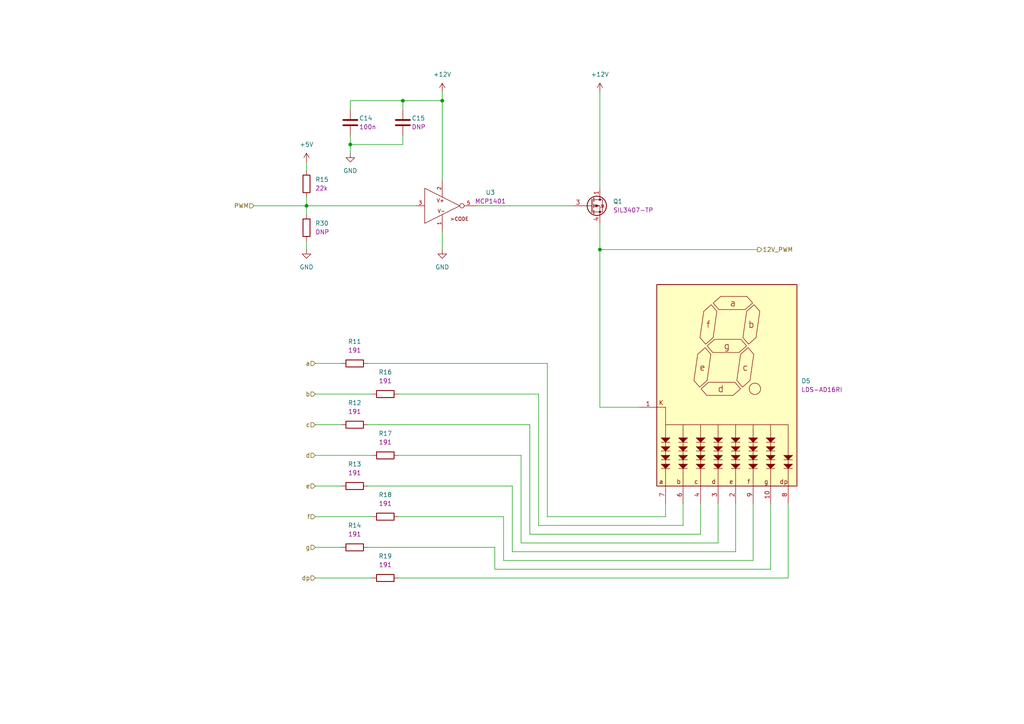
<source format=kicad_sch>
(kicad_sch (version 20230121) (generator eeschema)
  (paper "A4")
  (title_block (title "Gear Display Board") (date "2023-04-06") (rev "3.0") (company "Kallio Designs Oy") (comment 1 "Teemu Latonen") (comment 2 "000064") (comment 3 "000065"))
  (lib_symbols
    (symbol "KD_Capacitor:C_0603_100n_X7R_100V" (pin_numbers hide) (pin_names hide)
      (property "Reference" "C" (at 2.54 1.27 0))
      (property "Code" "100n" (at 2.54 -1.27 0))
      (symbol "C_0603_100n_X7R_100V_0_1"
        (polyline (pts (xy -2.032 -0.762) (xy 2.032 -0.762)) (stroke (width 0.508)))
        (polyline (pts (xy -2.032 0.762) (xy 2.032 0.762)) (stroke (width 0.508)))
      )
      (symbol "C_0603_100n_X7R_100V_1_1"
        (pin passive line (at 0 3.81 270) (length 2.794) (name "~") (number "1"))
        (pin passive line (at 0 -3.81 90) (length 2.794) (name "~") (number "2"))
      )
    )
    (symbol "KD_Capacitor:C_0805_DNP" (pin_numbers hide) (pin_names hide)
      (property "Reference" "C" (at 2.54 1.27 0))
      (property "Code" "DNP" (at 2.54 -1.27 0))
      (symbol "C_0805_DNP_0_1"
        (polyline (pts (xy -2.032 -0.762) (xy 2.032 -0.762)) (stroke (width 0.508)))
        (polyline (pts (xy -2.032 0.762) (xy 2.032 0.762)) (stroke (width 0.508)))
      )
      (symbol "C_0805_DNP_1_1"
        (pin passive line (at 0 3.81 270) (length 2.794) (name "~") (number "1"))
        (pin passive line (at 0 -3.81 90) (length 2.794) (name "~") (number "2"))
      )
    )
    (symbol "KD_Display:7seg_70mm_CA_Lumex_LDS-AD16RI"
      (property "Reference" "D" (at -20.32 39.37 0))
      (property "Code" "LDS-AD16RI" (at -20.32 36.83 0))
      (symbol "7seg_70mm_CA_Lumex_LDS-AD16RI_0_0"
        (polyline (pts (xy -17.78 0) (xy -20.32 0)))
        (polyline (pts (xy -12.7 -22.86) (xy -12.7 -5.08)))
        (polyline (pts (xy -7.62 -22.86) (xy -7.62 -5.08)))
        (polyline (pts (xy -2.54 -22.86) (xy -2.54 -5.08)))
        (polyline (pts (xy 2.54 -22.86) (xy 2.54 -5.08)))
        (polyline (pts (xy 7.62 -5.08) (xy 7.62 -22.86)))
        (polyline (pts (xy 12.7 -22.86) (xy 12.7 -5.08)))
        (text "a" (at -19.05 -21.59 0) (effects (font (size 1.27 1.27))))
        (text "b" (at -13.97 -21.59 0) (effects (font (size 1.27 1.27))))
        (text "c" (at -8.89 -21.59 0) (effects (font (size 1.27 1.27))))
        (text "d" (at -3.81 -21.59 0) (effects (font (size 1.27 1.27))))
        (text "dp" (at 16.51 -21.59 0) (effects (font (size 1.27 1.27))))
        (text "e" (at 1.27 -21.59 0) (effects (font (size 1.27 1.27))))
        (text "f" (at 6.35 -21.59 0) (effects (font (size 1.27 1.27))))
        (text "g" (at 11.43 -21.59 0) (effects (font (size 1.27 1.27))))
        (text "K" (at -19.05 1.27 0) (effects (font (size 1.27 1.27))))
      )
      (symbol "7seg_70mm_CA_Lumex_LDS-AD16RI_0_1"
        (rectangle (start -20.32 35.56) (end 20.32 -22.86) (stroke (width 0.254)) (fill (type background)))
        (polyline (pts (xy -19.05 -17.78) (xy -16.51 -17.78)))
        (polyline (pts (xy -19.05 -16.51) (xy -16.51 -16.51)))
        (polyline (pts (xy -19.05 -15.24) (xy -16.51 -15.24)))
        (polyline (pts (xy -19.05 -13.97) (xy -16.51 -13.97)))
        (polyline (pts (xy -19.05 -12.7) (xy -16.51 -12.7)))
        (polyline (pts (xy -19.05 -11.43) (xy -16.51 -11.43)))
        (polyline (pts (xy -19.05 -10.16) (xy -16.51 -10.16)))
        (polyline (pts (xy -19.05 -8.89) (xy -16.51 -8.89)))
        (polyline (pts (xy -17.78 -22.86) (xy -17.78 -5.08)))
        (polyline (pts (xy -13.97 -17.78) (xy -11.43 -17.78)))
        (polyline (pts (xy -13.97 -16.51) (xy -11.43 -16.51)))
        (polyline (pts (xy -13.97 -15.24) (xy -11.43 -15.24)))
        (polyline (pts (xy -13.97 -13.97) (xy -11.43 -13.97)))
        (polyline (pts (xy -13.97 -12.7) (xy -11.43 -12.7)))
        (polyline (pts (xy -13.97 -11.43) (xy -11.43 -11.43)))
        (polyline (pts (xy -13.97 -10.16) (xy -11.43 -10.16)))
        (polyline (pts (xy -13.97 -8.89) (xy -11.43 -8.89)))
        (polyline (pts (xy -8.89 -17.78) (xy -6.35 -17.78)))
        (polyline (pts (xy -8.89 -16.51) (xy -6.35 -16.51)))
        (polyline (pts (xy -8.89 -15.24) (xy -6.35 -15.24)))
        (polyline (pts (xy -8.89 -13.97) (xy -6.35 -13.97)))
        (polyline (pts (xy -8.89 -12.7) (xy -6.35 -12.7)))
        (polyline (pts (xy -8.89 -11.43) (xy -6.35 -11.43)))
        (polyline (pts (xy -8.89 -10.16) (xy -6.35 -10.16)))
        (polyline (pts (xy -8.89 -8.89) (xy -6.35 -8.89)))
        (polyline (pts (xy -3.81 -17.78) (xy -1.27 -17.78)))
        (polyline (pts (xy -3.81 -16.51) (xy -1.27 -16.51)))
        (polyline (pts (xy -3.81 -15.24) (xy -1.27 -15.24)))
        (polyline (pts (xy -3.81 -13.97) (xy -1.27 -13.97)))
        (polyline (pts (xy -3.81 -12.7) (xy -1.27 -12.7)))
        (polyline (pts (xy -3.81 -11.43) (xy -1.27 -11.43)))
        (polyline (pts (xy -3.81 -10.16) (xy -1.27 -10.16)))
        (polyline (pts (xy -3.81 -8.89) (xy -1.27 -8.89)))
        (polyline (pts (xy 1.27 -17.78) (xy 3.81 -17.78)))
        (polyline (pts (xy 1.27 -16.51) (xy 3.81 -16.51)))
        (polyline (pts (xy 1.27 -15.24) (xy 3.81 -15.24)))
        (polyline (pts (xy 1.27 -13.97) (xy 3.81 -13.97)))
        (polyline (pts (xy 1.27 -12.7) (xy 3.81 -12.7)))
        (polyline (pts (xy 1.27 -11.43) (xy 3.81 -11.43)))
        (polyline (pts (xy 1.27 -10.16) (xy 3.81 -10.16)))
        (polyline (pts (xy 1.27 -8.89) (xy 3.81 -8.89)))
        (polyline (pts (xy 6.35 -17.78) (xy 8.89 -17.78)))
        (polyline (pts (xy 6.35 -16.51) (xy 8.89 -16.51)))
        (polyline (pts (xy 6.35 -15.24) (xy 8.89 -15.24)))
        (polyline (pts (xy 6.35 -13.97) (xy 8.89 -13.97)))
        (polyline (pts (xy 6.35 -12.7) (xy 8.89 -12.7)))
        (polyline (pts (xy 6.35 -11.43) (xy 8.89 -11.43)))
        (polyline (pts (xy 6.35 -10.16) (xy 8.89 -10.16)))
        (polyline (pts (xy 6.35 -8.89) (xy 8.89 -8.89)))
        (polyline (pts (xy 11.43 -17.78) (xy 13.97 -17.78)))
        (polyline (pts (xy 11.43 -16.51) (xy 13.97 -16.51)))
        (polyline (pts (xy 11.43 -15.24) (xy 13.97 -15.24)))
        (polyline (pts (xy 11.43 -13.97) (xy 13.97 -13.97)))
        (polyline (pts (xy 11.43 -12.7) (xy 13.97 -12.7)))
        (polyline (pts (xy 11.43 -11.43) (xy 13.97 -11.43)))
        (polyline (pts (xy 11.43 -10.16) (xy 13.97 -10.16)))
        (polyline (pts (xy 11.43 -8.89) (xy 13.97 -8.89)))
        (polyline (pts (xy 16.51 -17.78) (xy 19.05 -17.78)))
        (polyline (pts (xy 16.51 -16.51) (xy 19.05 -16.51)))
        (polyline (pts (xy 16.51 -15.24) (xy 19.05 -15.24)))
        (polyline (pts (xy 16.51 -13.97) (xy 19.05 -13.97)))
        (polyline (pts (xy -19.05 -16.51) (xy -17.78 -17.78) (xy -16.51 -16.51)) (fill (type outline)))
        (polyline (pts (xy -19.05 -13.97) (xy -17.78 -15.24) (xy -16.51 -13.97)) (fill (type outline)))
        (polyline (pts (xy -19.05 -11.43) (xy -17.78 -12.7) (xy -16.51 -11.43)) (fill (type outline)))
        (polyline (pts (xy -19.05 -8.89) (xy -17.78 -10.16) (xy -16.51 -8.89)) (fill (type outline)))
        (polyline (pts (xy -13.97 -16.51) (xy -12.7 -17.78) (xy -11.43 -16.51)) (fill (type outline)))
        (polyline (pts (xy -13.97 -13.97) (xy -12.7 -15.24) (xy -11.43 -13.97)) (fill (type outline)))
        (polyline (pts (xy -13.97 -11.43) (xy -12.7 -12.7) (xy -11.43 -11.43)) (fill (type outline)))
        (polyline (pts (xy -13.97 -8.89) (xy -12.7 -10.16) (xy -11.43 -8.89)) (fill (type outline)))
        (polyline (pts (xy -8.89 -16.51) (xy -7.62 -17.78) (xy -6.35 -16.51)) (fill (type outline)))
        (polyline (pts (xy -8.89 -13.97) (xy -7.62 -15.24) (xy -6.35 -13.97)) (fill (type outline)))
        (polyline (pts (xy -8.89 -11.43) (xy -7.62 -12.7) (xy -6.35 -11.43)) (fill (type outline)))
        (polyline (pts (xy -8.89 -8.89) (xy -7.62 -10.16) (xy -6.35 -8.89)) (fill (type outline)))
        (polyline (pts (xy -3.81 -16.51) (xy -2.54 -17.78) (xy -1.27 -16.51)) (fill (type outline)))
        (polyline (pts (xy -3.81 -13.97) (xy -2.54 -15.24) (xy -1.27 -13.97)) (fill (type outline)))
        (polyline (pts (xy -3.81 -11.43) (xy -2.54 -12.7) (xy -1.27 -11.43)) (fill (type outline)))
        (polyline (pts (xy -3.81 -8.89) (xy -2.54 -10.16) (xy -1.27 -8.89)) (fill (type outline)))
        (polyline (pts (xy 1.27 -16.51) (xy 2.54 -17.78) (xy 3.81 -16.51)) (fill (type outline)))
        (polyline (pts (xy 1.27 -13.97) (xy 2.54 -15.24) (xy 3.81 -13.97)) (fill (type outline)))
        (polyline (pts (xy 1.27 -11.43) (xy 2.54 -12.7) (xy 3.81 -11.43)) (fill (type outline)))
        (polyline (pts (xy 1.27 -8.89) (xy 2.54 -10.16) (xy 3.81 -8.89)) (fill (type outline)))
        (polyline (pts (xy 6.35 -16.51) (xy 7.62 -17.78) (xy 8.89 -16.51)) (fill (type outline)))
        (polyline (pts (xy 6.35 -13.97) (xy 7.62 -15.24) (xy 8.89 -13.97)) (fill (type outline)))
        (polyline (pts (xy 6.35 -11.43) (xy 7.62 -12.7) (xy 8.89 -11.43)) (fill (type outline)))
        (polyline (pts (xy 6.35 -8.89) (xy 7.62 -10.16) (xy 8.89 -8.89)) (fill (type outline)))
        (polyline (pts (xy 11.43 -16.51) (xy 12.7 -17.78) (xy 13.97 -16.51)) (fill (type outline)))
        (polyline (pts (xy 11.43 -13.97) (xy 12.7 -15.24) (xy 13.97 -13.97)) (fill (type outline)))
        (polyline (pts (xy 11.43 -11.43) (xy 12.7 -12.7) (xy 13.97 -11.43)) (fill (type outline)))
        (polyline (pts (xy 11.43 -8.89) (xy 12.7 -10.16) (xy 13.97 -8.89)) (fill (type outline)))
        (polyline (pts (xy 16.51 -16.51) (xy 17.78 -17.78) (xy 19.05 -16.51)) (fill (type outline)))
        (polyline (pts (xy 16.51 -13.97) (xy 17.78 -15.24) (xy 19.05 -13.97)) (fill (type outline)))
        (polyline (pts (xy -17.78 0) (xy -17.78 -5.08) (xy 17.78 -5.08) (xy 17.78 -22.86)))
        (polyline (pts (xy -7.8994 5.842) (xy -5.7404 7.747) (xy -4.6482 15.367) (xy -6.2992 17.272) (xy -8.4582 15.367) (xy -9.5504 7.747) (xy -7.8994 5.842)))
        (polyline (pts (xy -7.4676 5.334) (xy -5.2832 7.239) (xy 2.3368 7.239) (xy 3.9624 5.334) (xy 1.8034 3.429) (xy -5.8166 3.429) (xy -7.4676 5.334)))
        (polyline (pts (xy -6.1468 18.288) (xy -3.9878 20.193) (xy -2.8956 27.813) (xy -4.5466 29.718) (xy -6.7056 27.813) (xy -7.7978 20.193) (xy -6.1468 18.288)))
        (polyline (pts (xy -5.715 17.78) (xy -3.5306 19.685) (xy 4.0894 19.685) (xy 5.715 17.78) (xy 3.5306 15.875) (xy -4.0894 15.875) (xy -5.715 17.78)))
        (polyline (pts (xy -3.9624 30.226) (xy -1.8034 32.131) (xy 5.8166 32.131) (xy 7.4676 30.226) (xy 5.2832 28.321) (xy -2.3368 28.321) (xy -3.9624 30.226)))
        (polyline (pts (xy 4.5466 5.842) (xy 6.7056 7.747) (xy 7.7978 15.367) (xy 6.1468 17.272) (xy 3.9878 15.367) (xy 2.8956 7.747) (xy 4.5466 5.842)))
        (polyline (pts (xy 6.2992 18.288) (xy 8.4582 20.193) (xy 9.5504 27.813) (xy 7.8994 29.718) (xy 5.7404 27.813) (xy 4.6482 20.193) (xy 6.2992 18.288)))
        (circle (center 8.128 5.334) (radius 1.651))
        (text "a" (at 1.7526 30.226 0) (effects (font (size 1.905 1.905))))
        (text "b" (at 7.0866 24.003 0) (effects (font (size 1.905 1.905))))
        (text "c" (at 5.3594 11.557 0) (effects (font (size 1.905 1.905))))
        (text "d" (at -1.7526 5.334 0) (effects (font (size 1.905 1.905))))
        (text "e" (at -7.0866 11.557 0) (effects (font (size 1.905 1.905))))
        (text "f" (at -5.3594 24.003 0) (effects (font (size 1.905 1.905))))
        (text "g" (at 0 17.78 0) (effects (font (size 1.905 1.905))))
        (pin passive line (at -25.4 0 0) (length 5.08) (name "K") (number "1"))
        (pin passive line (at 12.7 -27.94 90) (length 5.08) (name "Ag") (number "10"))
        (pin passive line (at 2.54 -27.94 90) (length 5.08) (name "Ae") (number "2"))
        (pin passive line (at -2.54 -27.94 90) (length 5.08) (name "Ad") (number "3"))
        (pin passive line (at -7.62 -27.94 90) (length 5.08) (name "Ac") (number "4"))
        (pin passive line (at -25.4 0 0) (length 5.08) hide (name "C") (number "5"))
        (pin passive line (at -12.7 -27.94 90) (length 5.08) (name "Ab") (number "6"))
        (pin passive line (at -17.78 -27.94 90) (length 5.08) (name "Aa") (number "7"))
        (pin passive line (at 17.78 -27.94 90) (length 5.08) (name "Adp") (number "8"))
        (pin passive line (at 7.62 -27.94 90) (length 5.08) (name "Af") (number "9"))
      )
    )
    (symbol "KD_IC_Buffer_Driver_Interface:Gate_Driver_MCP1401T-E-OT" (pin_names hide)
      (property "Reference" "U" (at 2.54 6.35 0))
      (property "Code" "MCP1401" (at 2.54 3.81 0))
      (symbol "Gate_Driver_MCP1401T-E-OT_1_0"
        (polyline (pts (xy -5.08 -5.08) (xy -5.08 5.08)))
        (polyline (pts (xy -5.08 5.08) (xy 5.08 0)))
        (polyline (pts (xy 5.08 0) (xy -5.08 -5.08)))
        (text ">CODE" (at 4.9784 -3.81 0) (effects (font (size 1.016 1.016))))
        (text "V+" (at -0.508 1.524 0) (effects (font (size 1.016 1.016))))
        (text "V-" (at -0.254 -1.524 0) (effects (font (size 1.016 1.016))))
      )
      (symbol "Gate_Driver_MCP1401T-E-OT_1_1"
        (pin bidirectional line (at 0 -7.62 90) (length 5.08) (name "GND") (number "1"))
        (pin bidirectional line (at 0 7.62 270) (length 5.08) (name "VCC") (number "2"))
        (pin input line (at -7.62 0 0) (length 2.54) (name "IN") (number "3"))
        (pin bidirectional line (at 0 -7.62 90) (length 5.08) hide (name "GND") (number "4"))
        (pin output inverted (at 10.16 0 180) (length 5.08) (name "OUT") (number "5"))
      )
    )
    (symbol "KD_Resistor:R_0603_22k_1%" (pin_numbers hide) (pin_names hide)
      (property "Reference" "R" (at 1.905 1.27 0))
      (property "Code" "22k" (at 1.905 -1.27 0))
      (symbol "R_0603_22k_1%_0_1"
        (rectangle (start -1.016 -2.54) (end 1.016 2.54) (stroke (width 0.254)))
      )
      (symbol "R_0603_22k_1%_1_1"
        (pin passive line (at 0 3.81 270) (length 1.27) (name "~") (number "1"))
        (pin passive line (at 0 -3.81 90) (length 1.27) (name "~") (number "2"))
      )
    )
    (symbol "KD_Resistor:R_0603_DNP" (pin_numbers hide) (pin_names hide)
      (property "Reference" "R" (at 1.905 1.27 0))
      (property "Code" "DNP" (at 1.905 -1.27 0))
      (symbol "R_0603_DNP_0_1"
        (rectangle (start -1.016 -2.54) (end 1.016 2.54) (stroke (width 0.254)))
      )
      (symbol "R_0603_DNP_1_1"
        (pin passive line (at 0 3.81 270) (length 1.27) (name "~") (number "1"))
        (pin passive line (at 0 -3.81 90) (length 1.27) (name "~") (number "2"))
      )
    )
    (symbol "KD_Resistor:R_1206_191_1%" (pin_numbers hide) (pin_names hide)
      (property "Reference" "R" (at 1.905 1.27 0))
      (property "Code" "191" (at 1.905 -1.27 0))
      (symbol "R_1206_191_1%_0_1"
        (rectangle (start -1.016 -2.54) (end 1.016 2.54) (stroke (width 0.254)))
      )
      (symbol "R_1206_191_1%_1_1"
        (pin passive line (at 0 3.81 270) (length 1.27) (name "~") (number "1"))
        (pin passive line (at 0 -3.81 90) (length 1.27) (name "~") (number "2"))
      )
    )
    (symbol "KD_Transistor_FET:PMOS_30V_4A1_SIL3407-TP"
      (property "Reference" "Q" (at 5.08 1.27 0))
      (property "Code" "SIL3407-TP" (at 5.08 -1.27 0))
      (symbol "PMOS_30V_4A1_SIL3407-TP_0_1"
        (polyline (pts (xy 0.254 0) (xy -2.54 0)))
        (polyline (pts (xy 0.254 1.905) (xy 0.254 -1.905)) (stroke (width 0.254)))
        (polyline (pts (xy 0.762 -1.27) (xy 0.762 -2.286)) (stroke (width 0.254)))
        (polyline (pts (xy 0.762 0.508) (xy 0.762 -0.508)) (stroke (width 0.254)))
        (polyline (pts (xy 0.762 2.286) (xy 0.762 1.27)) (stroke (width 0.254)))
        (polyline (pts (xy 2.54 2.54) (xy 2.54 1.778)))
        (polyline (pts (xy 2.54 -2.54) (xy 2.54 0) (xy 0.762 0)))
        (polyline (pts (xy 0.762 1.778) (xy 3.302 1.778) (xy 3.302 -1.778) (xy 0.762 -1.778)))
        (polyline (pts (xy 2.286 0) (xy 1.27 0.381) (xy 1.27 -0.381) (xy 2.286 0)) (fill (type outline)))
        (polyline (pts (xy 2.794 -0.508) (xy 2.921 -0.381) (xy 3.683 -0.381) (xy 3.81 -0.254)))
        (polyline (pts (xy 3.302 -0.381) (xy 2.921 0.254) (xy 3.683 0.254) (xy 3.302 -0.381)))
        (circle (center 1.651 0) (radius 2.794) (stroke (width 0.254)))
        (circle (center 2.54 -1.778) (radius 0.254) (fill (type outline)))
        (circle (center 2.54 1.778) (radius 0.254) (fill (type outline)))
      )
      (symbol "PMOS_30V_4A1_SIL3407-TP_1_1"
        (pin passive line (at 2.54 5.08 270) (length 2.54) (name "D") (number "1"))
        (pin passive line (at 2.54 5.08 270) (length 2.54) hide (name "D") (number "2"))
        (pin input line (at -5.08 0 0) (length 2.54) (name "G") (number "3"))
        (pin passive line (at 2.54 -5.08 90) (length 2.54) (name "S") (number "4"))
        (pin passive line (at 2.54 5.08 270) (length 2.54) hide (name "D") (number "5"))
        (pin passive line (at 2.54 5.08 270) (length 2.54) hide (name "D") (number "6"))
      )
    )
    (symbol "power:+12V" (power) (pin_names (offset 0))
      (property "Value" "+12V" (at 0 3.556 0))
      (symbol "+12V_0_1"
        (polyline (pts (xy -0.762 1.27) (xy 0 2.54)))
        (polyline (pts (xy 0 0) (xy 0 2.54)))
        (polyline (pts (xy 0 2.54) (xy 0.762 1.27)))
      )
      (symbol "+12V_1_1"
        (pin power_in line (at 0 0 90) (length 0) hide (name "+12V") (number "1"))
      )
    )
    (symbol "power:+5V" (power) (pin_names (offset 0))
      (property "Value" "+5V" (at 0 3.556 0))
      (symbol "+5V_0_1"
        (polyline (pts (xy -0.762 1.27) (xy 0 2.54)))
        (polyline (pts (xy 0 0) (xy 0 2.54)))
        (polyline (pts (xy 0 2.54) (xy 0.762 1.27)))
      )
      (symbol "+5V_1_1"
        (pin power_in line (at 0 0 90) (length 0) hide (name "+5V") (number "1"))
      )
    )
    (symbol "power:GND" (power) (pin_names (offset 0))
      (property "Value" "GND" (at 0 -3.81 0))
      (symbol "GND_0_1"
        (polyline (pts (xy 0 0) (xy 0 -1.27) (xy 1.27 -1.27) (xy 0 -2.54) (xy -1.27 -1.27) (xy 0 -1.27)))
      )
      (symbol "GND_1_1"
        (pin power_in line (at 0 0 270) (length 0) hide (name "GND") (number "1"))
      )
    )
  )
  (junction (at 173.99 72.39))
  (junction (at 88.9 59.69))
  (junction (at 101.6 41.91))
  (junction (at 128.27 29.21))
  (junction (at 116.84 29.21))
  (wire (pts (xy 193.04 146.05) (xy 193.04 149.86)))
  (wire (pts (xy 116.84 39.37) (xy 116.84 41.91)))
  (wire (pts (xy 101.6 39.37) (xy 101.6 41.91)))
  (wire (pts (xy 173.99 118.11) (xy 185.42 118.11)))
  (wire (pts (xy 101.6 29.21) (xy 116.84 29.21)))
  (wire (pts (xy 106.68 123.19) (xy 153.67 123.19)))
  (wire (pts (xy 203.2 154.94) (xy 203.2 146.05)))
  (wire (pts (xy 91.44 114.3) (xy 107.95 114.3)))
  (wire (pts (xy 115.57 132.08) (xy 151.13 132.08)))
  (wire (pts (xy 106.68 140.97) (xy 148.59 140.97)))
  (wire (pts (xy 138.43 59.69) (xy 166.37 59.69)))
  (wire (pts (xy 106.68 105.41) (xy 158.75 105.41)))
  (wire (pts (xy 128.27 26.67) (xy 128.27 29.21)))
  (wire (pts (xy 223.52 165.1) (xy 223.52 146.05)))
  (wire (pts (xy 101.6 41.91) (xy 101.6 44.45)))
  (wire (pts (xy 151.13 157.48) (xy 208.28 157.48)))
  (wire (pts (xy 116.84 29.21) (xy 128.27 29.21)))
  (wire (pts (xy 173.99 72.39) (xy 173.99 118.11)))
  (wire (pts (xy 156.21 152.4) (xy 198.12 152.4)))
  (wire (pts (xy 88.9 59.69) (xy 88.9 62.23)))
  (wire (pts (xy 153.67 154.94) (xy 203.2 154.94)))
  (wire (pts (xy 208.28 157.48) (xy 208.28 146.05)))
  (wire (pts (xy 146.05 162.56) (xy 218.44 162.56)))
  (wire (pts (xy 143.51 158.75) (xy 143.51 165.1)))
  (wire (pts (xy 128.27 67.31) (xy 128.27 72.39)))
  (wire (pts (xy 158.75 149.86) (xy 158.75 105.41)))
  (wire (pts (xy 91.44 123.19) (xy 99.06 123.19)))
  (wire (pts (xy 101.6 41.91) (xy 116.84 41.91)))
  (wire (pts (xy 115.57 114.3) (xy 156.21 114.3)))
  (wire (pts (xy 193.04 149.86) (xy 158.75 149.86)))
  (wire (pts (xy 88.9 57.15) (xy 88.9 59.69)))
  (wire (pts (xy 88.9 69.85) (xy 88.9 72.39)))
  (wire (pts (xy 115.57 167.64) (xy 228.6 167.64)))
  (wire (pts (xy 146.05 149.86) (xy 146.05 162.56)))
  (wire (pts (xy 151.13 132.08) (xy 151.13 157.48)))
  (wire (pts (xy 91.44 140.97) (xy 99.06 140.97)))
  (wire (pts (xy 143.51 165.1) (xy 223.52 165.1)))
  (wire (pts (xy 88.9 46.99) (xy 88.9 49.53)))
  (wire (pts (xy 148.59 140.97) (xy 148.59 160.02)))
  (wire (pts (xy 91.44 132.08) (xy 107.95 132.08)))
  (wire (pts (xy 106.68 158.75) (xy 143.51 158.75)))
  (wire (pts (xy 115.57 149.86) (xy 146.05 149.86)))
  (wire (pts (xy 128.27 29.21) (xy 128.27 52.07)))
  (wire (pts (xy 91.44 149.86) (xy 107.95 149.86)))
  (wire (pts (xy 156.21 114.3) (xy 156.21 152.4)))
  (wire (pts (xy 228.6 167.64) (xy 228.6 146.05)))
  (wire (pts (xy 91.44 158.75) (xy 99.06 158.75)))
  (wire (pts (xy 198.12 152.4) (xy 198.12 146.05)))
  (wire (pts (xy 88.9 59.69) (xy 120.65 59.69)))
  (wire (pts (xy 153.67 123.19) (xy 153.67 154.94)))
  (wire (pts (xy 148.59 160.02) (xy 213.36 160.02)))
  (wire (pts (xy 218.44 162.56) (xy 218.44 146.05)))
  (wire (pts (xy 73.66 59.69) (xy 88.9 59.69)))
  (wire (pts (xy 91.44 167.64) (xy 107.95 167.64)))
  (wire (pts (xy 219.71 72.39) (xy 173.99 72.39)))
  (wire (pts (xy 213.36 160.02) (xy 213.36 146.05)))
  (wire (pts (xy 101.6 31.75) (xy 101.6 29.21)))
  (wire (pts (xy 91.44 105.41) (xy 99.06 105.41)))
  (wire (pts (xy 116.84 31.75) (xy 116.84 29.21)))
  (wire (pts (xy 173.99 26.67) (xy 173.99 54.61)))
  (wire (pts (xy 173.99 64.77) (xy 173.99 72.39)))
  (hierarchical_label "PWM" (shape input) (at 73.66 59.69 180))
  (hierarchical_label "b" (shape input) (at 91.44 114.3 180))
  (hierarchical_label "12V_PWM" (shape output) (at 219.71 72.39 0))
  (hierarchical_label "dp" (shape input) (at 91.44 167.64 180))
  (hierarchical_label "g" (shape input) (at 91.44 158.75 180))
  (hierarchical_label "d" (shape input) (at 91.44 132.08 180))
  (hierarchical_label "c" (shape input) (at 91.44 123.19 180))
  (hierarchical_label "a" (shape input) (at 91.44 105.41 180))
  (hierarchical_label "f" (shape input) (at 91.44 149.86 180))
  (hierarchical_label "e" (shape input) (at 91.44 140.97 180))
  (symbol (lib_id "power:+12V") (at 128.27 26.67 0) (unit 1)
    (property "Reference" "#PWR0117" (effects hide))
    (property "Value" "+12V" (at 128.27 21.59 0))
  )
  (symbol (lib_id "KD_Capacitor:C_0603_100n_X7R_100V") (at 101.6 35.56 0) (unit 1)
    (property "Reference" "C14" (at 104.14 34.29 0) (effects (justify left)))
    (property "Value" "C_0603_100n_X7R_100V" (effects hide))
    (property "Footprint" "KD_Capacitor:CAPC1608X90N" (effects hide))
    (property "Datasheet" "https://media.digikey.com/pdf/Data%20Sheets/Samsung%20PDFs/CL10B104KC8NNNC_Spec.pdf" (effects hide))
    (property "Code" "100n" (at 104.14 36.83 0) (effects (justify left)))
    (property "Manufacturer" "Samsung Electro-Mechanics" (effects hide))
    (property "MFG_PartNo" "CL10B104KC8NNNC" (effects hide))
    (property "Supplier" "Digi-Key" (effects hide))
    (property "Supplier_PartNo" "1276-6807-1-ND" (effects hide))
    (property "DNP" "F" (effects hide))
    (property "Price" "0.03" (effects hide))
  )
  (symbol (lib_id "power:+5V") (at 88.9 46.99 0) (unit 1)
    (property "Reference" "#PWR0141" (effects hide))
    (property "Value" "+5V" (at 88.9 41.91 0))
  )
  (symbol (lib_id "KD_Resistor:R_0603_22k_1%") (at 88.9 53.34 0) (unit 1)
    (property "Reference" "R15" (at 91.44 52.07 0) (effects (justify left)))
    (property "Value" "R_0603_22k_1%" (effects hide))
    (property "Footprint" "KD_Resistor:RESC1608X55N" (effects hide))
    (property "Datasheet" "https://www.yageo.com/upload/media/product/productsearch/datasheet/rchip/PYu-RC_Group_51_RoHS_L_11.pdf" (effects hide))
    (property "Code" "22k" (at 91.44 54.61 0) (effects (justify left)))
    (property "Manufacturer" "YAGEO" (effects hide))
    (property "MFG_PartNo" "311-22.0KHRCT-ND" (effects hide))
    (property "Supplier" "Digi-Key" (effects hide))
    (property "Supplier_PartNo" "311-22.0KHRCT-ND" (effects hide))
    (property "DNP" "F" (effects hide))
    (property "Price" "0.01" (effects hide))
  )
  (symbol (lib_id "KD_Resistor:R_0603_DNP") (at 88.9 66.04 0) (unit 1)
    (property "Reference" "R30" (at 91.44 64.7699 0) (effects (justify left)))
    (property "Value" "R_0603_DNP" (effects hide))
    (property "Footprint" "KD_Resistor:RESC1608X55N_DNP" (effects hide))
    (property "Code" "DNP" (at 91.44 67.3099 0) (effects (justify left)))
    (property "Manufacturer" "DNP" (effects hide))
    (property "MFG_PartNo" "DNP" (effects hide))
    (property "Supplier" "DNP" (effects hide))
    (property "Supplier_PartNo" "DNP" (effects hide))
    (property "DNP" "T" (effects hide))
    (property "Price" "0.00" (effects hide))
  )
  (symbol (lib_id "KD_Capacitor:C_0805_DNP") (at 116.84 35.56 0) (unit 1)
    (property "Reference" "C15" (at 119.38 34.29 0) (effects (justify left)))
    (property "Value" "C_0805_DNP" (effects hide))
    (property "Footprint" "KD_Capacitor:CAPC2012X135N_DNP" (effects hide))
    (property "Datasheet" "https://api.kemet.com/component-edge/download/datasheet/CBR08C279B5GAC.pdf" (effects hide))
    (property "Code" "DNP" (at 119.38 36.83 0) (effects (justify left)))
    (property "Manufacturer" "DNP" (effects hide))
    (property "MFG_PartNo" "DNP" (effects hide))
    (property "Supplier" "DNP" (effects hide))
    (property "Supplier_PartNo" "DNP" (effects hide))
    (property "DNP" "T" (effects hide))
    (property "Price" "0.00" (effects hide))
  )
  (symbol (lib_id "power:+12V") (at 173.99 26.67 0) (unit 1)
    (property "Reference" "#PWR0119" (effects hide))
    (property "Value" "+12V" (at 173.99 21.59 0))
  )
  (symbol (lib_id "KD_Resistor:R_1206_191_1%") (at 102.87 158.75 90) (unit 1)
    (property "Reference" "R14" (at 102.87 152.4 90))
    (property "Value" "R_1206_191_1%" (effects hide))
    (property "Footprint" "KD_Resistor:RESC3216X70N" (effects hide))
    (property "Datasheet" "https://www.yageo.com/upload/media/product/productsearch/datasheet/rchip/PYu-RC_Group_51_RoHS_L_11.pdf" (effects hide))
    (property "Code" "191" (at 102.87 154.94 90))
    (property "Manufacturer" "YAGEO" (effects hide))
    (property "MFG_PartNo" "RC1206FR-07191RL" (effects hide))
    (property "Supplier" "Digi-Key" (effects hide))
    (property "Supplier_PartNo" "311-191FRCT-ND" (effects hide))
    (property "DNP" "F" (effects hide))
    (property "Price" "0.05" (effects hide))
  )
  (symbol (lib_id "KD_Display:7seg_70mm_CA_Lumex_LDS-AD16RI") (at 210.82 118.11 0) (unit 1)
    (property "Reference" "D5" (at 232.41 110.4899 0) (effects (justify left)))
    (property "Value" "7seg_70mm_CA_Lumex_LDS-AD16RI" (effects hide))
    (property "Footprint" "KD_Display:7seg_70mm_Kingbright_SC23-11SURKWA" (effects hide))
    (property "Datasheet" "datasheet" (effects hide))
    (property "Code" "LDS-AD16RI" (at 232.41 113.0299 0) (effects (justify left)))
    (property "Manufacturer" "Lumex Opto/Components Inc." (effects hide))
    (property "MFG_PartNo" "LDS-AD16RI" (effects hide))
    (property "Supplier" "Digi-Key" (effects hide))
    (property "Supplier_PartNo" "67-1493-ND" (effects hide))
    (property "DNP" "F" (effects hide))
    (property "Price" "13" (effects hide))
  )
  (symbol (lib_id "KD_Resistor:R_1206_191_1%") (at 111.76 167.64 90) (unit 1)
    (property "Reference" "R19" (at 111.76 161.29 90))
    (property "Value" "R_1206_191_1%" (effects hide))
    (property "Footprint" "KD_Resistor:RESC3216X70N" (effects hide))
    (property "Datasheet" "https://www.yageo.com/upload/media/product/productsearch/datasheet/rchip/PYu-RC_Group_51_RoHS_L_11.pdf" (effects hide))
    (property "Code" "191" (at 111.76 163.83 90))
    (property "Manufacturer" "YAGEO" (effects hide))
    (property "MFG_PartNo" "RC1206FR-07191RL" (effects hide))
    (property "Supplier" "Digi-Key" (effects hide))
    (property "Supplier_PartNo" "311-191FRCT-ND" (effects hide))
    (property "DNP" "F" (effects hide))
    (property "Price" "0.05" (effects hide))
  )
  (symbol (lib_id "KD_Resistor:R_1206_191_1%") (at 102.87 105.41 90) (unit 1)
    (property "Reference" "R11" (at 102.87 99.06 90))
    (property "Value" "R_1206_191_1%" (effects hide))
    (property "Footprint" "KD_Resistor:RESC3216X70N" (effects hide))
    (property "Datasheet" "https://www.yageo.com/upload/media/product/productsearch/datasheet/rchip/PYu-RC_Group_51_RoHS_L_11.pdf" (effects hide))
    (property "Code" "191" (at 102.87 101.6 90))
    (property "Manufacturer" "YAGEO" (effects hide))
    (property "MFG_PartNo" "RC1206FR-07191RL" (effects hide))
    (property "Supplier" "Digi-Key" (effects hide))
    (property "Supplier_PartNo" "311-191FRCT-ND" (effects hide))
    (property "DNP" "F" (effects hide))
    (property "Price" "0.05" (effects hide))
  )
  (symbol (lib_id "KD_IC_Buffer_Driver_Interface:Gate_Driver_MCP1401T-E-OT") (at 128.27 59.69 0) (unit 1)
    (property "Reference" "U3" (at 142.24 55.8292 0))
    (property "Value" "Gate_Driver_MCP1401T-E-OT" (effects hide))
    (property "Footprint" "KD_Package_TO_SOT_SMD:SOT95P280X145-5N" (effects hide))
    (property "Datasheet" "https://ww1.microchip.com/downloads/en/DeviceDoc/20002052D.pdf" (effects hide))
    (property "Code" "MCP1401" (at 142.24 58.3692 0))
    (property "Manufacturer" "Microchip Technology" (effects hide))
    (property "MFG_PartNo" "MCP1401T-E/OT" (effects hide))
    (property "Supplier" "Digi-Key" (effects hide))
    (property "Supplier_PartNo" "MCP1401T-E/OTCT-ND" (effects hide))
    (property "DNP" "F" (effects hide))
    (property "Price" "0.7" (effects hide))
  )
  (symbol (lib_id "KD_Resistor:R_1206_191_1%") (at 111.76 149.86 90) (unit 1)
    (property "Reference" "R18" (at 111.76 143.51 90))
    (property "Value" "R_1206_191_1%" (effects hide))
    (property "Footprint" "KD_Resistor:RESC3216X70N" (effects hide))
    (property "Datasheet" "https://www.yageo.com/upload/media/product/productsearch/datasheet/rchip/PYu-RC_Group_51_RoHS_L_11.pdf" (effects hide))
    (property "Code" "191" (at 111.76 146.05 90))
    (property "Manufacturer" "YAGEO" (effects hide))
    (property "MFG_PartNo" "RC1206FR-07191RL" (effects hide))
    (property "Supplier" "Digi-Key" (effects hide))
    (property "Supplier_PartNo" "311-191FRCT-ND" (effects hide))
    (property "DNP" "F" (effects hide))
    (property "Price" "0.05" (effects hide))
  )
  (symbol (lib_id "power:GND") (at 128.27 72.39 0) (unit 1)
    (property "Reference" "#PWR0121" (effects hide))
    (property "Value" "GND" (at 128.27 77.47 0))
  )
  (symbol (lib_id "power:GND") (at 101.6 44.45 0) (unit 1)
    (property "Reference" "#PWR0118" (effects hide))
    (property "Value" "GND" (at 101.6 49.53 0))
  )
  (symbol (lib_id "KD_Resistor:R_1206_191_1%") (at 102.87 123.19 90) (unit 1)
    (property "Reference" "R12" (at 102.87 116.84 90))
    (property "Value" "R_1206_191_1%" (effects hide))
    (property "Footprint" "KD_Resistor:RESC3216X70N" (effects hide))
    (property "Datasheet" "https://www.yageo.com/upload/media/product/productsearch/datasheet/rchip/PYu-RC_Group_51_RoHS_L_11.pdf" (effects hide))
    (property "Code" "191" (at 102.87 119.38 90))
    (property "Manufacturer" "YAGEO" (effects hide))
    (property "MFG_PartNo" "RC1206FR-07191RL" (effects hide))
    (property "Supplier" "Digi-Key" (effects hide))
    (property "Supplier_PartNo" "311-191FRCT-ND" (effects hide))
    (property "DNP" "F" (effects hide))
    (property "Price" "0.05" (effects hide))
  )
  (symbol (lib_id "KD_Resistor:R_1206_191_1%") (at 111.76 114.3 90) (unit 1)
    (property "Reference" "R16" (at 111.76 107.95 90))
    (property "Value" "R_1206_191_1%" (effects hide))
    (property "Footprint" "KD_Resistor:RESC3216X70N" (effects hide))
    (property "Datasheet" "https://www.yageo.com/upload/media/product/productsearch/datasheet/rchip/PYu-RC_Group_51_RoHS_L_11.pdf" (effects hide))
    (property "Code" "191" (at 111.76 110.49 90))
    (property "Manufacturer" "YAGEO" (effects hide))
    (property "MFG_PartNo" "RC1206FR-07191RL" (effects hide))
    (property "Supplier" "Digi-Key" (effects hide))
    (property "Supplier_PartNo" "311-191FRCT-ND" (effects hide))
    (property "DNP" "F" (effects hide))
    (property "Price" "0.05" (effects hide))
  )
  (symbol (lib_id "KD_Resistor:R_1206_191_1%") (at 111.76 132.08 90) (unit 1)
    (property "Reference" "R17" (at 111.76 125.73 90))
    (property "Value" "R_1206_191_1%" (effects hide))
    (property "Footprint" "KD_Resistor:RESC3216X70N" (effects hide))
    (property "Datasheet" "https://www.yageo.com/upload/media/product/productsearch/datasheet/rchip/PYu-RC_Group_51_RoHS_L_11.pdf" (effects hide))
    (property "Code" "191" (at 111.76 128.27 90))
    (property "Manufacturer" "YAGEO" (effects hide))
    (property "MFG_PartNo" "RC1206FR-07191RL" (effects hide))
    (property "Supplier" "Digi-Key" (effects hide))
    (property "Supplier_PartNo" "311-191FRCT-ND" (effects hide))
    (property "DNP" "F" (effects hide))
    (property "Price" "0.05" (effects hide))
  )
  (symbol (lib_id "KD_Transistor_FET:PMOS_30V_4A1_SIL3407-TP") (at 171.45 59.69 0) (unit 1)
    (property "Reference" "Q1" (at 177.8 58.4199 0) (effects (justify left)))
    (property "Value" "PMOS_30V_4A1_SIL3407-TP" (effects hide))
    (property "Footprint" "KD_Package_TO_SOT_SMD:SOT95P280X120-6RN" (effects hide))
    (property "Datasheet" "https://www.mccsemi.com/pdf/Products/SIL3407(SOT23-6L).pdf" (effects hide))
    (property "Code" "SIL3407-TP" (at 177.8 60.9599 0) (effects (justify left)))
    (property "Manufacturer" "Micro Commercial Co" (effects hide))
    (property "MFG_PartNo" "SIL3407-TP" (effects hide))
    (property "Supplier" "Digi-Key" (effects hide))
    (property "Supplier_PartNo" "353-SIL3407-TPCT-ND" (effects hide))
    (property "DNP" "F" (effects hide))
    (property "Price" "0.4" (effects hide))
  )
  (symbol (lib_id "power:GND") (at 88.9 72.39 0) (unit 1)
    (property "Reference" "#PWR0120" (effects hide))
    (property "Value" "GND" (at 88.9 77.47 0))
  )
  (symbol (lib_id "KD_Resistor:R_1206_191_1%") (at 102.87 140.97 90) (unit 1)
    (property "Reference" "R13" (at 102.87 134.62 90))
    (property "Value" "R_1206_191_1%" (effects hide))
    (property "Footprint" "KD_Resistor:RESC3216X70N" (effects hide))
    (property "Datasheet" "https://www.yageo.com/upload/media/product/productsearch/datasheet/rchip/PYu-RC_Group_51_RoHS_L_11.pdf" (effects hide))
    (property "Code" "191" (at 102.87 137.16 90))
    (property "Manufacturer" "YAGEO" (effects hide))
    (property "MFG_PartNo" "RC1206FR-07191RL" (effects hide))
    (property "Supplier" "Digi-Key" (effects hide))
    (property "Supplier_PartNo" "311-191FRCT-ND" (effects hide))
    (property "DNP" "F" (effects hide))
    (property "Price" "0.05" (effects hide))
  )
)
</source>
